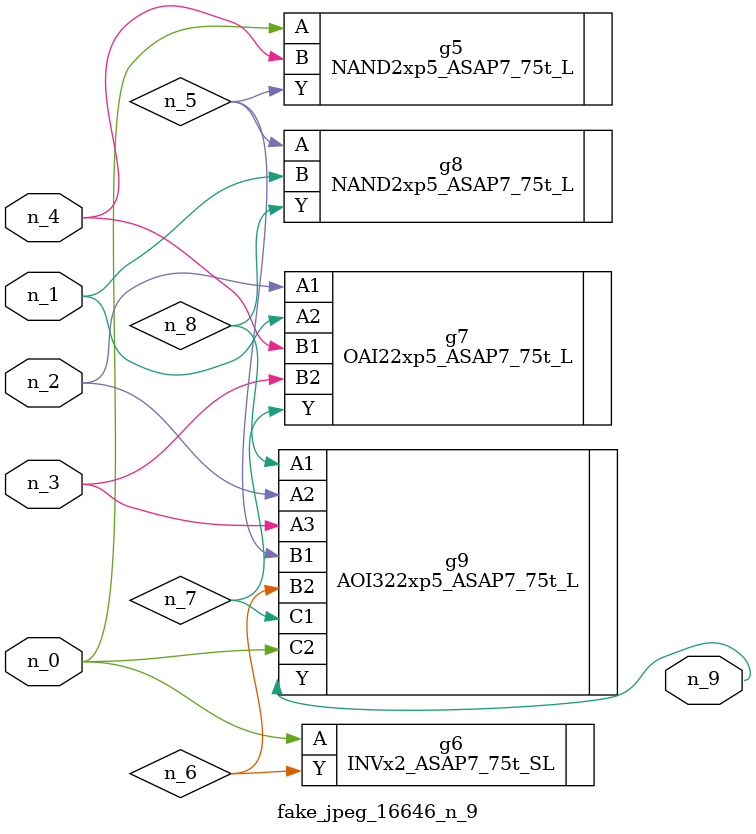
<source format=v>
module fake_jpeg_16646_n_9 (n_3, n_2, n_1, n_0, n_4, n_9);

input n_3;
input n_2;
input n_1;
input n_0;
input n_4;

output n_9;

wire n_8;
wire n_6;
wire n_5;
wire n_7;

NAND2xp5_ASAP7_75t_L g5 ( 
.A(n_0),
.B(n_4),
.Y(n_5)
);

INVx2_ASAP7_75t_SL g6 ( 
.A(n_0),
.Y(n_6)
);

OAI22xp5_ASAP7_75t_L g7 ( 
.A1(n_2),
.A2(n_1),
.B1(n_4),
.B2(n_3),
.Y(n_7)
);

NAND2xp5_ASAP7_75t_L g8 ( 
.A(n_5),
.B(n_1),
.Y(n_8)
);

AOI322xp5_ASAP7_75t_L g9 ( 
.A1(n_8),
.A2(n_2),
.A3(n_3),
.B1(n_5),
.B2(n_6),
.C1(n_7),
.C2(n_0),
.Y(n_9)
);


endmodule
</source>
